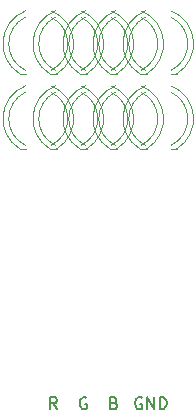
<source format=gbr>
G04 #@! TF.GenerationSoftware,KiCad,Pcbnew,5.1.5-52549c5~84~ubuntu18.04.1*
G04 #@! TF.CreationDate,2020-02-06T16:58:15+00:00*
G04 #@! TF.ProjectId,leds,6c656473-2e6b-4696-9361-645f70636258,rev?*
G04 #@! TF.SameCoordinates,Original*
G04 #@! TF.FileFunction,Legend,Top*
G04 #@! TF.FilePolarity,Positive*
%FSLAX46Y46*%
G04 Gerber Fmt 4.6, Leading zero omitted, Abs format (unit mm)*
G04 Created by KiCad (PCBNEW 5.1.5-52549c5~84~ubuntu18.04.1) date 2020-02-06 16:58:15*
%MOMM*%
%LPD*%
G04 APERTURE LIST*
%ADD10C,0.150000*%
%ADD11C,0.120000*%
G04 APERTURE END LIST*
D10*
X123063095Y-96655000D02*
X122967857Y-96607380D01*
X122825000Y-96607380D01*
X122682142Y-96655000D01*
X122586904Y-96750238D01*
X122539285Y-96845476D01*
X122491666Y-97035952D01*
X122491666Y-97178809D01*
X122539285Y-97369285D01*
X122586904Y-97464523D01*
X122682142Y-97559761D01*
X122825000Y-97607380D01*
X122920238Y-97607380D01*
X123063095Y-97559761D01*
X123110714Y-97512142D01*
X123110714Y-97178809D01*
X122920238Y-97178809D01*
X123539285Y-97607380D02*
X123539285Y-96607380D01*
X124110714Y-97607380D01*
X124110714Y-96607380D01*
X124586904Y-97607380D02*
X124586904Y-96607380D01*
X124825000Y-96607380D01*
X124967857Y-96655000D01*
X125063095Y-96750238D01*
X125110714Y-96845476D01*
X125158333Y-97035952D01*
X125158333Y-97178809D01*
X125110714Y-97369285D01*
X125063095Y-97464523D01*
X124967857Y-97559761D01*
X124825000Y-97607380D01*
X124586904Y-97607380D01*
X120721428Y-97083571D02*
X120864285Y-97131190D01*
X120911904Y-97178809D01*
X120959523Y-97274047D01*
X120959523Y-97416904D01*
X120911904Y-97512142D01*
X120864285Y-97559761D01*
X120769047Y-97607380D01*
X120388095Y-97607380D01*
X120388095Y-96607380D01*
X120721428Y-96607380D01*
X120816666Y-96655000D01*
X120864285Y-96702619D01*
X120911904Y-96797857D01*
X120911904Y-96893095D01*
X120864285Y-96988333D01*
X120816666Y-97035952D01*
X120721428Y-97083571D01*
X120388095Y-97083571D01*
X118371904Y-96655000D02*
X118276666Y-96607380D01*
X118133809Y-96607380D01*
X117990952Y-96655000D01*
X117895714Y-96750238D01*
X117848095Y-96845476D01*
X117800476Y-97035952D01*
X117800476Y-97178809D01*
X117848095Y-97369285D01*
X117895714Y-97464523D01*
X117990952Y-97559761D01*
X118133809Y-97607380D01*
X118229047Y-97607380D01*
X118371904Y-97559761D01*
X118419523Y-97512142D01*
X118419523Y-97178809D01*
X118229047Y-97178809D01*
X115879523Y-97607380D02*
X115546190Y-97131190D01*
X115308095Y-97607380D02*
X115308095Y-96607380D01*
X115689047Y-96607380D01*
X115784285Y-96655000D01*
X115831904Y-96702619D01*
X115879523Y-96797857D01*
X115879523Y-96940714D01*
X115831904Y-97035952D01*
X115784285Y-97083571D01*
X115689047Y-97131190D01*
X115308095Y-97131190D01*
D11*
X115380000Y-69235000D02*
X115845000Y-69235000D01*
X112755000Y-69235000D02*
X113220000Y-69235000D01*
X115380429Y-64420521D02*
G75*
G02X115380000Y-68929684I-1080429J-2254479D01*
G01*
X113219571Y-64420521D02*
G75*
G03X113220000Y-68929684I1080429J-2254479D01*
G01*
X115380827Y-63887185D02*
G75*
G02X115844830Y-69235000I-1080827J-2787815D01*
G01*
X113219173Y-63887185D02*
G75*
G03X112755170Y-69235000I1080827J-2787815D01*
G01*
X113219173Y-70237185D02*
G75*
G03X112755170Y-75585000I1080827J-2787815D01*
G01*
X115380827Y-70237185D02*
G75*
G02X115844830Y-75585000I-1080827J-2787815D01*
G01*
X113219571Y-70770521D02*
G75*
G03X113220000Y-75279684I1080429J-2254479D01*
G01*
X115380429Y-70770521D02*
G75*
G02X115380000Y-75279684I-1080429J-2254479D01*
G01*
X112755000Y-75585000D02*
X113220000Y-75585000D01*
X115380000Y-75585000D02*
X115845000Y-75585000D01*
X115759173Y-63887185D02*
G75*
G03X115295170Y-69235000I1080827J-2787815D01*
G01*
X117920827Y-63887185D02*
G75*
G02X118384830Y-69235000I-1080827J-2787815D01*
G01*
X115759571Y-64420521D02*
G75*
G03X115760000Y-68929684I1080429J-2254479D01*
G01*
X117920429Y-64420521D02*
G75*
G02X117920000Y-68929684I-1080429J-2254479D01*
G01*
X115295000Y-69235000D02*
X115760000Y-69235000D01*
X117920000Y-69235000D02*
X118385000Y-69235000D01*
X117920000Y-75585000D02*
X118385000Y-75585000D01*
X115295000Y-75585000D02*
X115760000Y-75585000D01*
X117920429Y-70770521D02*
G75*
G02X117920000Y-75279684I-1080429J-2254479D01*
G01*
X115759571Y-70770521D02*
G75*
G03X115760000Y-75279684I1080429J-2254479D01*
G01*
X117920827Y-70237185D02*
G75*
G02X118384830Y-75585000I-1080827J-2787815D01*
G01*
X115759173Y-70237185D02*
G75*
G03X115295170Y-75585000I1080827J-2787815D01*
G01*
X120460000Y-69235000D02*
X120925000Y-69235000D01*
X117835000Y-69235000D02*
X118300000Y-69235000D01*
X120460429Y-64420521D02*
G75*
G02X120460000Y-68929684I-1080429J-2254479D01*
G01*
X118299571Y-64420521D02*
G75*
G03X118300000Y-68929684I1080429J-2254479D01*
G01*
X120460827Y-63887185D02*
G75*
G02X120924830Y-69235000I-1080827J-2787815D01*
G01*
X118299173Y-63887185D02*
G75*
G03X117835170Y-69235000I1080827J-2787815D01*
G01*
X118299173Y-70237185D02*
G75*
G03X117835170Y-75585000I1080827J-2787815D01*
G01*
X120460827Y-70237185D02*
G75*
G02X120924830Y-75585000I-1080827J-2787815D01*
G01*
X118299571Y-70770521D02*
G75*
G03X118300000Y-75279684I1080429J-2254479D01*
G01*
X120460429Y-70770521D02*
G75*
G02X120460000Y-75279684I-1080429J-2254479D01*
G01*
X117835000Y-75585000D02*
X118300000Y-75585000D01*
X120460000Y-75585000D02*
X120925000Y-75585000D01*
X120839173Y-63887185D02*
G75*
G03X120375170Y-69235000I1080827J-2787815D01*
G01*
X123000827Y-63887185D02*
G75*
G02X123464830Y-69235000I-1080827J-2787815D01*
G01*
X120839571Y-64420521D02*
G75*
G03X120840000Y-68929684I1080429J-2254479D01*
G01*
X123000429Y-64420521D02*
G75*
G02X123000000Y-68929684I-1080429J-2254479D01*
G01*
X120375000Y-69235000D02*
X120840000Y-69235000D01*
X123000000Y-69235000D02*
X123465000Y-69235000D01*
X123000000Y-75585000D02*
X123465000Y-75585000D01*
X120375000Y-75585000D02*
X120840000Y-75585000D01*
X123000429Y-70770521D02*
G75*
G02X123000000Y-75279684I-1080429J-2254479D01*
G01*
X120839571Y-70770521D02*
G75*
G03X120840000Y-75279684I1080429J-2254479D01*
G01*
X123000827Y-70237185D02*
G75*
G02X123464830Y-75585000I-1080827J-2787815D01*
G01*
X120839173Y-70237185D02*
G75*
G03X120375170Y-75585000I1080827J-2787815D01*
G01*
X125540000Y-69235000D02*
X126005000Y-69235000D01*
X122915000Y-69235000D02*
X123380000Y-69235000D01*
X125540429Y-64420521D02*
G75*
G02X125540000Y-68929684I-1080429J-2254479D01*
G01*
X123379571Y-64420521D02*
G75*
G03X123380000Y-68929684I1080429J-2254479D01*
G01*
X125540827Y-63887185D02*
G75*
G02X126004830Y-69235000I-1080827J-2787815D01*
G01*
X123379173Y-63887185D02*
G75*
G03X122915170Y-69235000I1080827J-2787815D01*
G01*
X123379173Y-70237185D02*
G75*
G03X122915170Y-75585000I1080827J-2787815D01*
G01*
X125540827Y-70237185D02*
G75*
G02X126004830Y-75585000I-1080827J-2787815D01*
G01*
X123379571Y-70770521D02*
G75*
G03X123380000Y-75279684I1080429J-2254479D01*
G01*
X125540429Y-70770521D02*
G75*
G02X125540000Y-75279684I-1080429J-2254479D01*
G01*
X122915000Y-75585000D02*
X123380000Y-75585000D01*
X125540000Y-75585000D02*
X126005000Y-75585000D01*
M02*

</source>
